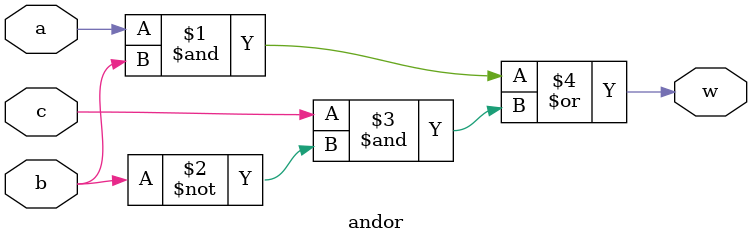
<source format=v>
module andor(input a, b, c, output w);
    assign w = a & b | c & ~b;
endmodule
</source>
